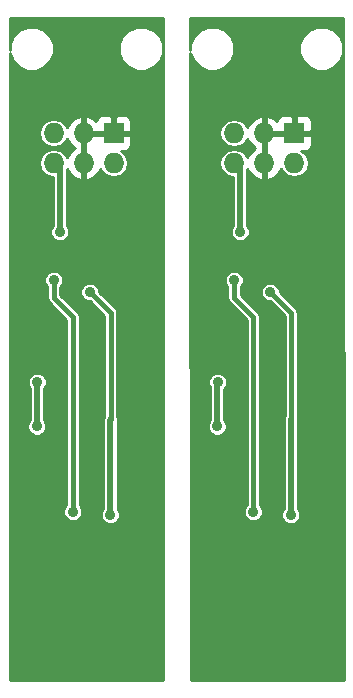
<source format=gbr>
G04 #@! TF.FileFunction,Copper,L2,Bot,Signal*
%FSLAX46Y46*%
G04 Gerber Fmt 4.6, Leading zero omitted, Abs format (unit mm)*
G04 Created by KiCad (PCBNEW (2015-04-12 BZR 5595)-product) date Mon 20 Apr 2015 09:24:05 PM EEST*
%MOMM*%
G01*
G04 APERTURE LIST*
%ADD10C,0.100000*%
%ADD11R,1.727200X1.727200*%
%ADD12O,1.727200X1.727200*%
%ADD13C,0.889000*%
%ADD14C,0.254000*%
%ADD15C,0.406400*%
%ADD16C,0.508000*%
G04 APERTURE END LIST*
D10*
D11*
X124231400Y-38354000D03*
D12*
X124231400Y-40894000D03*
X121691400Y-38354000D03*
X121691400Y-40894000D03*
X119151400Y-38354000D03*
X119151400Y-40894000D03*
D11*
X108966000Y-38354000D03*
D12*
X108966000Y-40894000D03*
X106426000Y-38354000D03*
X106426000Y-40894000D03*
X103886000Y-38354000D03*
X103886000Y-40894000D03*
D13*
X107795000Y-62158286D03*
X102842000Y-69905286D03*
X109982000Y-74168000D03*
X109728000Y-50546000D03*
X112014000Y-53848000D03*
X109982000Y-57538572D03*
X109982000Y-59944000D03*
X106934000Y-50291998D03*
X112240000Y-74223286D03*
X101064000Y-74223286D03*
X107160000Y-68127286D03*
X103350000Y-74223286D03*
X118615400Y-74223286D03*
X122425400Y-68127286D03*
X116329400Y-74223286D03*
X127505400Y-74223286D03*
X122199400Y-50291998D03*
X125247400Y-59944000D03*
X125247400Y-57538572D03*
X127279400Y-53848000D03*
X124993400Y-50546000D03*
X125247400Y-74168000D03*
X118107400Y-69905286D03*
X123060400Y-62158286D03*
X102461000Y-63195939D03*
X102489000Y-59435996D03*
X117754400Y-59435996D03*
X117726400Y-63195939D03*
X106934000Y-51816008D03*
X108684000Y-70667286D03*
X123949400Y-70667286D03*
X122199400Y-51816008D03*
X105509000Y-70413286D03*
X103886000Y-50800000D03*
X119151400Y-50800000D03*
X120774400Y-70413286D03*
X104394000Y-46736000D03*
X119659400Y-46736000D03*
D14*
X103350000Y-69905286D02*
X102842000Y-69905286D01*
X103350000Y-74223286D02*
X103350000Y-69905286D01*
D15*
X106679990Y-50291998D02*
X106934000Y-50291998D01*
D14*
X104620000Y-74223286D02*
X107160000Y-71683286D01*
X107160000Y-71683286D02*
X107160000Y-68127286D01*
X103350000Y-74223286D02*
X104620000Y-74223286D01*
X118615400Y-74223286D02*
X119885400Y-74223286D01*
X122425400Y-71683286D02*
X122425400Y-68127286D01*
X119885400Y-74223286D02*
X122425400Y-71683286D01*
D15*
X121945390Y-50291998D02*
X122199400Y-50291998D01*
D14*
X118615400Y-74223286D02*
X118615400Y-69905286D01*
X118615400Y-69905286D02*
X118107400Y-69905286D01*
D16*
X102461000Y-59463996D02*
X102489000Y-59435996D01*
X102461000Y-63195939D02*
X102461000Y-59463996D01*
X117726400Y-63195939D02*
X117726400Y-59463996D01*
X117726400Y-59463996D02*
X117754400Y-59435996D01*
D15*
X108722101Y-53604101D02*
X106934000Y-51816000D01*
X108722101Y-62603295D02*
X108722101Y-53604101D01*
D16*
X108684000Y-62641396D02*
X108722101Y-62603295D01*
X108684000Y-70667286D02*
X108684000Y-62641396D01*
X123949400Y-70667286D02*
X123949400Y-62641396D01*
X123949400Y-62641396D02*
X123987501Y-62603295D01*
D15*
X123987501Y-62603295D02*
X123987501Y-53604101D01*
X123987501Y-53604101D02*
X122199400Y-51816000D01*
X105509000Y-55681286D02*
X105509000Y-53910476D01*
X103886000Y-50800000D02*
X103886000Y-52287476D01*
X103886000Y-52287476D02*
X105509000Y-53910476D01*
X105509000Y-70413286D02*
X105509000Y-55681286D01*
X120774400Y-70413286D02*
X120774400Y-55681286D01*
X119151400Y-52287476D02*
X120774400Y-53910476D01*
X119151400Y-50800000D02*
X119151400Y-52287476D01*
X120774400Y-55681286D02*
X120774400Y-53910476D01*
D16*
X104394000Y-46736000D02*
X104394000Y-41402000D01*
X104394000Y-41402000D02*
X103886000Y-40894000D01*
X119659400Y-41402000D02*
X119151400Y-40894000D01*
X119659400Y-46736000D02*
X119659400Y-41402000D01*
D14*
G36*
X113156937Y-84653714D02*
X113127792Y-84653714D01*
X113127792Y-30850543D01*
X112845908Y-30168334D01*
X112324412Y-29645926D01*
X111642695Y-29362853D01*
X110904543Y-29362208D01*
X110222334Y-29644092D01*
X109699926Y-30165588D01*
X109416853Y-30847305D01*
X109416208Y-31585457D01*
X109698092Y-32267666D01*
X110219588Y-32790074D01*
X110901305Y-33073147D01*
X111639457Y-33073792D01*
X112321666Y-32791908D01*
X112844074Y-32270412D01*
X113127147Y-31588695D01*
X113127792Y-30850543D01*
X113127792Y-84653714D01*
X110464600Y-84653714D01*
X110464600Y-39343910D01*
X110464600Y-39091291D01*
X110464600Y-38639750D01*
X110464600Y-38068250D01*
X110464600Y-37616709D01*
X110464600Y-37364090D01*
X110367927Y-37130701D01*
X110189298Y-36952073D01*
X109955909Y-36855400D01*
X109251750Y-36855400D01*
X109093000Y-37014150D01*
X109093000Y-38227000D01*
X110305850Y-38227000D01*
X110464600Y-38068250D01*
X110464600Y-38639750D01*
X110305850Y-38481000D01*
X109093000Y-38481000D01*
X109093000Y-38501000D01*
X108839000Y-38501000D01*
X108839000Y-38481000D01*
X108839000Y-38227000D01*
X108839000Y-37014150D01*
X108680250Y-36855400D01*
X107976091Y-36855400D01*
X107742702Y-36952073D01*
X107564073Y-37130701D01*
X107481471Y-37330119D01*
X107314490Y-37147179D01*
X106785027Y-36899032D01*
X106553000Y-37019531D01*
X106553000Y-38227000D01*
X107626150Y-38227000D01*
X107759817Y-38227000D01*
X108839000Y-38227000D01*
X108839000Y-38481000D01*
X107759817Y-38481000D01*
X107626150Y-38481000D01*
X106553000Y-38481000D01*
X106553000Y-39559531D01*
X106553000Y-39688469D01*
X106553000Y-40767000D01*
X106573000Y-40767000D01*
X106573000Y-41021000D01*
X106553000Y-41021000D01*
X106553000Y-42228469D01*
X106785027Y-42348968D01*
X107314490Y-42100821D01*
X107708688Y-41668947D01*
X107828495Y-41379688D01*
X108080009Y-41756105D01*
X108475546Y-42020394D01*
X108942114Y-42113200D01*
X108989886Y-42113200D01*
X109456454Y-42020394D01*
X109851991Y-41756105D01*
X110116280Y-41360568D01*
X110209086Y-40894000D01*
X110116280Y-40427432D01*
X109851991Y-40031895D01*
X109583656Y-39852600D01*
X109955909Y-39852600D01*
X110189298Y-39755927D01*
X110367927Y-39577299D01*
X110464600Y-39343910D01*
X110464600Y-84653714D01*
X109484239Y-84653714D01*
X109484239Y-70508834D01*
X109362687Y-70214658D01*
X109293600Y-70145450D01*
X109293600Y-62794841D01*
X109331701Y-62603295D01*
X109285298Y-62370011D01*
X109280901Y-62363430D01*
X109280901Y-53604101D01*
X109238366Y-53390258D01*
X109238365Y-53390257D01*
X109117232Y-53208970D01*
X107734092Y-51825830D01*
X107734239Y-51657556D01*
X107612687Y-51363380D01*
X107387812Y-51138112D01*
X107093848Y-51016047D01*
X106775548Y-51015769D01*
X106481372Y-51137321D01*
X106299000Y-51319374D01*
X106299000Y-42228469D01*
X106299000Y-41021000D01*
X106279000Y-41021000D01*
X106279000Y-40767000D01*
X106299000Y-40767000D01*
X106299000Y-39688469D01*
X106299000Y-39559531D01*
X106299000Y-38481000D01*
X106279000Y-38481000D01*
X106279000Y-38227000D01*
X106299000Y-38227000D01*
X106299000Y-37019531D01*
X106066973Y-36899032D01*
X105537510Y-37147179D01*
X105143312Y-37579053D01*
X105023504Y-37868311D01*
X104771991Y-37491895D01*
X104376454Y-37227606D01*
X103909886Y-37134800D01*
X103862114Y-37134800D01*
X103395546Y-37227606D01*
X103000009Y-37491895D01*
X102735720Y-37887432D01*
X102642914Y-38354000D01*
X102735720Y-38820568D01*
X103000009Y-39216105D01*
X103395546Y-39480394D01*
X103862114Y-39573200D01*
X103909886Y-39573200D01*
X104376454Y-39480394D01*
X104771991Y-39216105D01*
X105023504Y-38839688D01*
X105143312Y-39128947D01*
X105537510Y-39560821D01*
X105672312Y-39624000D01*
X105537510Y-39687179D01*
X105143312Y-40119053D01*
X105023504Y-40408311D01*
X104771991Y-40031895D01*
X104376454Y-39767606D01*
X103909886Y-39674800D01*
X103862114Y-39674800D01*
X103395546Y-39767606D01*
X103000009Y-40031895D01*
X102735720Y-40427432D01*
X102642914Y-40894000D01*
X102735720Y-41360568D01*
X103000009Y-41756105D01*
X103395546Y-42020394D01*
X103784400Y-42097741D01*
X103784400Y-46214011D01*
X103716104Y-46282188D01*
X103594039Y-46576152D01*
X103593761Y-46894452D01*
X103715313Y-47188628D01*
X103940188Y-47413896D01*
X104234152Y-47535961D01*
X104552452Y-47536239D01*
X104846628Y-47414687D01*
X105071896Y-47189812D01*
X105193961Y-46895848D01*
X105194239Y-46577548D01*
X105072687Y-46283372D01*
X105003600Y-46214164D01*
X105003600Y-41409477D01*
X105023504Y-41379688D01*
X105143312Y-41668947D01*
X105537510Y-42100821D01*
X106066973Y-42348968D01*
X106299000Y-42228469D01*
X106299000Y-51319374D01*
X106256104Y-51362196D01*
X106134039Y-51656160D01*
X106133761Y-51974460D01*
X106255313Y-52268636D01*
X106480188Y-52493904D01*
X106774152Y-52615969D01*
X106943855Y-52616117D01*
X108163301Y-53835563D01*
X108163301Y-62344509D01*
X108120803Y-62408112D01*
X108074400Y-62641396D01*
X108074400Y-70145297D01*
X108006104Y-70213474D01*
X107884039Y-70507438D01*
X107883761Y-70825738D01*
X108005313Y-71119914D01*
X108230188Y-71345182D01*
X108524152Y-71467247D01*
X108842452Y-71467525D01*
X109136628Y-71345973D01*
X109361896Y-71121098D01*
X109483961Y-70827134D01*
X109484239Y-70508834D01*
X109484239Y-84653714D01*
X106309239Y-84653714D01*
X106309239Y-70254834D01*
X106187687Y-69960658D01*
X106067800Y-69840561D01*
X106067800Y-55681286D01*
X106067800Y-53910476D01*
X106025265Y-53696633D01*
X106025264Y-53696632D01*
X105904132Y-53515345D01*
X104444800Y-52056013D01*
X104444800Y-51372700D01*
X104563896Y-51253812D01*
X104685961Y-50959848D01*
X104686239Y-50641548D01*
X104564687Y-50347372D01*
X104339812Y-50122104D01*
X104045848Y-50000039D01*
X103727548Y-49999761D01*
X103433372Y-50121313D01*
X103208104Y-50346188D01*
X103086039Y-50640152D01*
X103085761Y-50958452D01*
X103207313Y-51252628D01*
X103327200Y-51372724D01*
X103327200Y-52287476D01*
X103369736Y-52501320D01*
X103490869Y-52682607D01*
X104950200Y-54141938D01*
X104950200Y-55681286D01*
X104950200Y-69840585D01*
X104831104Y-69959474D01*
X104709039Y-70253438D01*
X104708761Y-70571738D01*
X104830313Y-70865914D01*
X105055188Y-71091182D01*
X105349152Y-71213247D01*
X105667452Y-71213525D01*
X105961628Y-71091973D01*
X106186896Y-70867098D01*
X106308961Y-70573134D01*
X106309239Y-70254834D01*
X106309239Y-84653714D01*
X103289239Y-84653714D01*
X103289239Y-59277544D01*
X103167687Y-58983368D01*
X102942812Y-58758100D01*
X102648848Y-58636035D01*
X102330548Y-58635757D01*
X102036372Y-58757309D01*
X101811104Y-58982184D01*
X101689039Y-59276148D01*
X101688761Y-59594448D01*
X101810313Y-59888624D01*
X101851400Y-59929782D01*
X101851400Y-62673950D01*
X101783104Y-62742127D01*
X101661039Y-63036091D01*
X101660761Y-63354391D01*
X101782313Y-63648567D01*
X102007188Y-63873835D01*
X102301152Y-63995900D01*
X102619452Y-63996178D01*
X102913628Y-63874626D01*
X103138896Y-63649751D01*
X103260961Y-63355787D01*
X103261239Y-63037487D01*
X103139687Y-62743311D01*
X103070600Y-62674103D01*
X103070600Y-59985936D01*
X103166896Y-59889808D01*
X103288961Y-59595844D01*
X103289239Y-59277544D01*
X103289239Y-84653714D01*
X100202937Y-84653714D01*
X100176559Y-31586308D01*
X100458092Y-32267666D01*
X100979588Y-32790074D01*
X101661305Y-33073147D01*
X102399457Y-33073792D01*
X103081666Y-32791908D01*
X103604074Y-32270412D01*
X103887147Y-31588695D01*
X103887792Y-30850543D01*
X103605908Y-30168334D01*
X103084412Y-29645926D01*
X102402695Y-29362853D01*
X101664543Y-29362208D01*
X100982334Y-29644092D01*
X100459926Y-30165588D01*
X100176853Y-30847305D01*
X100176431Y-31329155D01*
X100175090Y-28630886D01*
X113129090Y-28630886D01*
X113156937Y-84653714D01*
X113156937Y-84653714D01*
G37*
X113156937Y-84653714D02*
X113127792Y-84653714D01*
X113127792Y-30850543D01*
X112845908Y-30168334D01*
X112324412Y-29645926D01*
X111642695Y-29362853D01*
X110904543Y-29362208D01*
X110222334Y-29644092D01*
X109699926Y-30165588D01*
X109416853Y-30847305D01*
X109416208Y-31585457D01*
X109698092Y-32267666D01*
X110219588Y-32790074D01*
X110901305Y-33073147D01*
X111639457Y-33073792D01*
X112321666Y-32791908D01*
X112844074Y-32270412D01*
X113127147Y-31588695D01*
X113127792Y-30850543D01*
X113127792Y-84653714D01*
X110464600Y-84653714D01*
X110464600Y-39343910D01*
X110464600Y-39091291D01*
X110464600Y-38639750D01*
X110464600Y-38068250D01*
X110464600Y-37616709D01*
X110464600Y-37364090D01*
X110367927Y-37130701D01*
X110189298Y-36952073D01*
X109955909Y-36855400D01*
X109251750Y-36855400D01*
X109093000Y-37014150D01*
X109093000Y-38227000D01*
X110305850Y-38227000D01*
X110464600Y-38068250D01*
X110464600Y-38639750D01*
X110305850Y-38481000D01*
X109093000Y-38481000D01*
X109093000Y-38501000D01*
X108839000Y-38501000D01*
X108839000Y-38481000D01*
X108839000Y-38227000D01*
X108839000Y-37014150D01*
X108680250Y-36855400D01*
X107976091Y-36855400D01*
X107742702Y-36952073D01*
X107564073Y-37130701D01*
X107481471Y-37330119D01*
X107314490Y-37147179D01*
X106785027Y-36899032D01*
X106553000Y-37019531D01*
X106553000Y-38227000D01*
X107626150Y-38227000D01*
X107759817Y-38227000D01*
X108839000Y-38227000D01*
X108839000Y-38481000D01*
X107759817Y-38481000D01*
X107626150Y-38481000D01*
X106553000Y-38481000D01*
X106553000Y-39559531D01*
X106553000Y-39688469D01*
X106553000Y-40767000D01*
X106573000Y-40767000D01*
X106573000Y-41021000D01*
X106553000Y-41021000D01*
X106553000Y-42228469D01*
X106785027Y-42348968D01*
X107314490Y-42100821D01*
X107708688Y-41668947D01*
X107828495Y-41379688D01*
X108080009Y-41756105D01*
X108475546Y-42020394D01*
X108942114Y-42113200D01*
X108989886Y-42113200D01*
X109456454Y-42020394D01*
X109851991Y-41756105D01*
X110116280Y-41360568D01*
X110209086Y-40894000D01*
X110116280Y-40427432D01*
X109851991Y-40031895D01*
X109583656Y-39852600D01*
X109955909Y-39852600D01*
X110189298Y-39755927D01*
X110367927Y-39577299D01*
X110464600Y-39343910D01*
X110464600Y-84653714D01*
X109484239Y-84653714D01*
X109484239Y-70508834D01*
X109362687Y-70214658D01*
X109293600Y-70145450D01*
X109293600Y-62794841D01*
X109331701Y-62603295D01*
X109285298Y-62370011D01*
X109280901Y-62363430D01*
X109280901Y-53604101D01*
X109238366Y-53390258D01*
X109238365Y-53390257D01*
X109117232Y-53208970D01*
X107734092Y-51825830D01*
X107734239Y-51657556D01*
X107612687Y-51363380D01*
X107387812Y-51138112D01*
X107093848Y-51016047D01*
X106775548Y-51015769D01*
X106481372Y-51137321D01*
X106299000Y-51319374D01*
X106299000Y-42228469D01*
X106299000Y-41021000D01*
X106279000Y-41021000D01*
X106279000Y-40767000D01*
X106299000Y-40767000D01*
X106299000Y-39688469D01*
X106299000Y-39559531D01*
X106299000Y-38481000D01*
X106279000Y-38481000D01*
X106279000Y-38227000D01*
X106299000Y-38227000D01*
X106299000Y-37019531D01*
X106066973Y-36899032D01*
X105537510Y-37147179D01*
X105143312Y-37579053D01*
X105023504Y-37868311D01*
X104771991Y-37491895D01*
X104376454Y-37227606D01*
X103909886Y-37134800D01*
X103862114Y-37134800D01*
X103395546Y-37227606D01*
X103000009Y-37491895D01*
X102735720Y-37887432D01*
X102642914Y-38354000D01*
X102735720Y-38820568D01*
X103000009Y-39216105D01*
X103395546Y-39480394D01*
X103862114Y-39573200D01*
X103909886Y-39573200D01*
X104376454Y-39480394D01*
X104771991Y-39216105D01*
X105023504Y-38839688D01*
X105143312Y-39128947D01*
X105537510Y-39560821D01*
X105672312Y-39624000D01*
X105537510Y-39687179D01*
X105143312Y-40119053D01*
X105023504Y-40408311D01*
X104771991Y-40031895D01*
X104376454Y-39767606D01*
X103909886Y-39674800D01*
X103862114Y-39674800D01*
X103395546Y-39767606D01*
X103000009Y-40031895D01*
X102735720Y-40427432D01*
X102642914Y-40894000D01*
X102735720Y-41360568D01*
X103000009Y-41756105D01*
X103395546Y-42020394D01*
X103784400Y-42097741D01*
X103784400Y-46214011D01*
X103716104Y-46282188D01*
X103594039Y-46576152D01*
X103593761Y-46894452D01*
X103715313Y-47188628D01*
X103940188Y-47413896D01*
X104234152Y-47535961D01*
X104552452Y-47536239D01*
X104846628Y-47414687D01*
X105071896Y-47189812D01*
X105193961Y-46895848D01*
X105194239Y-46577548D01*
X105072687Y-46283372D01*
X105003600Y-46214164D01*
X105003600Y-41409477D01*
X105023504Y-41379688D01*
X105143312Y-41668947D01*
X105537510Y-42100821D01*
X106066973Y-42348968D01*
X106299000Y-42228469D01*
X106299000Y-51319374D01*
X106256104Y-51362196D01*
X106134039Y-51656160D01*
X106133761Y-51974460D01*
X106255313Y-52268636D01*
X106480188Y-52493904D01*
X106774152Y-52615969D01*
X106943855Y-52616117D01*
X108163301Y-53835563D01*
X108163301Y-62344509D01*
X108120803Y-62408112D01*
X108074400Y-62641396D01*
X108074400Y-70145297D01*
X108006104Y-70213474D01*
X107884039Y-70507438D01*
X107883761Y-70825738D01*
X108005313Y-71119914D01*
X108230188Y-71345182D01*
X108524152Y-71467247D01*
X108842452Y-71467525D01*
X109136628Y-71345973D01*
X109361896Y-71121098D01*
X109483961Y-70827134D01*
X109484239Y-70508834D01*
X109484239Y-84653714D01*
X106309239Y-84653714D01*
X106309239Y-70254834D01*
X106187687Y-69960658D01*
X106067800Y-69840561D01*
X106067800Y-55681286D01*
X106067800Y-53910476D01*
X106025265Y-53696633D01*
X106025264Y-53696632D01*
X105904132Y-53515345D01*
X104444800Y-52056013D01*
X104444800Y-51372700D01*
X104563896Y-51253812D01*
X104685961Y-50959848D01*
X104686239Y-50641548D01*
X104564687Y-50347372D01*
X104339812Y-50122104D01*
X104045848Y-50000039D01*
X103727548Y-49999761D01*
X103433372Y-50121313D01*
X103208104Y-50346188D01*
X103086039Y-50640152D01*
X103085761Y-50958452D01*
X103207313Y-51252628D01*
X103327200Y-51372724D01*
X103327200Y-52287476D01*
X103369736Y-52501320D01*
X103490869Y-52682607D01*
X104950200Y-54141938D01*
X104950200Y-55681286D01*
X104950200Y-69840585D01*
X104831104Y-69959474D01*
X104709039Y-70253438D01*
X104708761Y-70571738D01*
X104830313Y-70865914D01*
X105055188Y-71091182D01*
X105349152Y-71213247D01*
X105667452Y-71213525D01*
X105961628Y-71091973D01*
X106186896Y-70867098D01*
X106308961Y-70573134D01*
X106309239Y-70254834D01*
X106309239Y-84653714D01*
X103289239Y-84653714D01*
X103289239Y-59277544D01*
X103167687Y-58983368D01*
X102942812Y-58758100D01*
X102648848Y-58636035D01*
X102330548Y-58635757D01*
X102036372Y-58757309D01*
X101811104Y-58982184D01*
X101689039Y-59276148D01*
X101688761Y-59594448D01*
X101810313Y-59888624D01*
X101851400Y-59929782D01*
X101851400Y-62673950D01*
X101783104Y-62742127D01*
X101661039Y-63036091D01*
X101660761Y-63354391D01*
X101782313Y-63648567D01*
X102007188Y-63873835D01*
X102301152Y-63995900D01*
X102619452Y-63996178D01*
X102913628Y-63874626D01*
X103138896Y-63649751D01*
X103260961Y-63355787D01*
X103261239Y-63037487D01*
X103139687Y-62743311D01*
X103070600Y-62674103D01*
X103070600Y-59985936D01*
X103166896Y-59889808D01*
X103288961Y-59595844D01*
X103289239Y-59277544D01*
X103289239Y-84653714D01*
X100202937Y-84653714D01*
X100176559Y-31586308D01*
X100458092Y-32267666D01*
X100979588Y-32790074D01*
X101661305Y-33073147D01*
X102399457Y-33073792D01*
X103081666Y-32791908D01*
X103604074Y-32270412D01*
X103887147Y-31588695D01*
X103887792Y-30850543D01*
X103605908Y-30168334D01*
X103084412Y-29645926D01*
X102402695Y-29362853D01*
X101664543Y-29362208D01*
X100982334Y-29644092D01*
X100459926Y-30165588D01*
X100176853Y-30847305D01*
X100176431Y-31329155D01*
X100175090Y-28630886D01*
X113129090Y-28630886D01*
X113156937Y-84653714D01*
G36*
X128422337Y-84653714D02*
X128393192Y-84653714D01*
X128393192Y-30850543D01*
X128111308Y-30168334D01*
X127589812Y-29645926D01*
X126908095Y-29362853D01*
X126169943Y-29362208D01*
X125487734Y-29644092D01*
X124965326Y-30165588D01*
X124682253Y-30847305D01*
X124681608Y-31585457D01*
X124963492Y-32267666D01*
X125484988Y-32790074D01*
X126166705Y-33073147D01*
X126904857Y-33073792D01*
X127587066Y-32791908D01*
X128109474Y-32270412D01*
X128392547Y-31588695D01*
X128393192Y-30850543D01*
X128393192Y-84653714D01*
X125730000Y-84653714D01*
X125730000Y-39343910D01*
X125730000Y-39091291D01*
X125730000Y-38639750D01*
X125730000Y-38068250D01*
X125730000Y-37616709D01*
X125730000Y-37364090D01*
X125633327Y-37130701D01*
X125454698Y-36952073D01*
X125221309Y-36855400D01*
X124517150Y-36855400D01*
X124358400Y-37014150D01*
X124358400Y-38227000D01*
X125571250Y-38227000D01*
X125730000Y-38068250D01*
X125730000Y-38639750D01*
X125571250Y-38481000D01*
X124358400Y-38481000D01*
X124358400Y-38501000D01*
X124104400Y-38501000D01*
X124104400Y-38481000D01*
X124104400Y-38227000D01*
X124104400Y-37014150D01*
X123945650Y-36855400D01*
X123241491Y-36855400D01*
X123008102Y-36952073D01*
X122829473Y-37130701D01*
X122746871Y-37330119D01*
X122579890Y-37147179D01*
X122050427Y-36899032D01*
X121818400Y-37019531D01*
X121818400Y-38227000D01*
X122891550Y-38227000D01*
X123025217Y-38227000D01*
X124104400Y-38227000D01*
X124104400Y-38481000D01*
X123025217Y-38481000D01*
X122891550Y-38481000D01*
X121818400Y-38481000D01*
X121818400Y-39559531D01*
X121818400Y-39688469D01*
X121818400Y-40767000D01*
X121838400Y-40767000D01*
X121838400Y-41021000D01*
X121818400Y-41021000D01*
X121818400Y-42228469D01*
X122050427Y-42348968D01*
X122579890Y-42100821D01*
X122974088Y-41668947D01*
X123093895Y-41379688D01*
X123345409Y-41756105D01*
X123740946Y-42020394D01*
X124207514Y-42113200D01*
X124255286Y-42113200D01*
X124721854Y-42020394D01*
X125117391Y-41756105D01*
X125381680Y-41360568D01*
X125474486Y-40894000D01*
X125381680Y-40427432D01*
X125117391Y-40031895D01*
X124849056Y-39852600D01*
X125221309Y-39852600D01*
X125454698Y-39755927D01*
X125633327Y-39577299D01*
X125730000Y-39343910D01*
X125730000Y-84653714D01*
X124749639Y-84653714D01*
X124749639Y-70508834D01*
X124628087Y-70214658D01*
X124559000Y-70145450D01*
X124559000Y-62794841D01*
X124597101Y-62603295D01*
X124550698Y-62370011D01*
X124546301Y-62363430D01*
X124546301Y-53604101D01*
X124503766Y-53390258D01*
X124503765Y-53390257D01*
X124382632Y-53208970D01*
X122999492Y-51825830D01*
X122999639Y-51657556D01*
X122878087Y-51363380D01*
X122653212Y-51138112D01*
X122359248Y-51016047D01*
X122040948Y-51015769D01*
X121746772Y-51137321D01*
X121564400Y-51319374D01*
X121564400Y-42228469D01*
X121564400Y-41021000D01*
X121544400Y-41021000D01*
X121544400Y-40767000D01*
X121564400Y-40767000D01*
X121564400Y-39688469D01*
X121564400Y-39559531D01*
X121564400Y-38481000D01*
X121544400Y-38481000D01*
X121544400Y-38227000D01*
X121564400Y-38227000D01*
X121564400Y-37019531D01*
X121332373Y-36899032D01*
X120802910Y-37147179D01*
X120408712Y-37579053D01*
X120288904Y-37868311D01*
X120037391Y-37491895D01*
X119641854Y-37227606D01*
X119175286Y-37134800D01*
X119127514Y-37134800D01*
X118660946Y-37227606D01*
X118265409Y-37491895D01*
X118001120Y-37887432D01*
X117908314Y-38354000D01*
X118001120Y-38820568D01*
X118265409Y-39216105D01*
X118660946Y-39480394D01*
X119127514Y-39573200D01*
X119175286Y-39573200D01*
X119641854Y-39480394D01*
X120037391Y-39216105D01*
X120288904Y-38839688D01*
X120408712Y-39128947D01*
X120802910Y-39560821D01*
X120937712Y-39624000D01*
X120802910Y-39687179D01*
X120408712Y-40119053D01*
X120288904Y-40408311D01*
X120037391Y-40031895D01*
X119641854Y-39767606D01*
X119175286Y-39674800D01*
X119127514Y-39674800D01*
X118660946Y-39767606D01*
X118265409Y-40031895D01*
X118001120Y-40427432D01*
X117908314Y-40894000D01*
X118001120Y-41360568D01*
X118265409Y-41756105D01*
X118660946Y-42020394D01*
X119049800Y-42097741D01*
X119049800Y-46214011D01*
X118981504Y-46282188D01*
X118859439Y-46576152D01*
X118859161Y-46894452D01*
X118980713Y-47188628D01*
X119205588Y-47413896D01*
X119499552Y-47535961D01*
X119817852Y-47536239D01*
X120112028Y-47414687D01*
X120337296Y-47189812D01*
X120459361Y-46895848D01*
X120459639Y-46577548D01*
X120338087Y-46283372D01*
X120269000Y-46214164D01*
X120269000Y-41409477D01*
X120288904Y-41379688D01*
X120408712Y-41668947D01*
X120802910Y-42100821D01*
X121332373Y-42348968D01*
X121564400Y-42228469D01*
X121564400Y-51319374D01*
X121521504Y-51362196D01*
X121399439Y-51656160D01*
X121399161Y-51974460D01*
X121520713Y-52268636D01*
X121745588Y-52493904D01*
X122039552Y-52615969D01*
X122209255Y-52616117D01*
X123428701Y-53835563D01*
X123428701Y-62344509D01*
X123386203Y-62408112D01*
X123339800Y-62641396D01*
X123339800Y-70145297D01*
X123271504Y-70213474D01*
X123149439Y-70507438D01*
X123149161Y-70825738D01*
X123270713Y-71119914D01*
X123495588Y-71345182D01*
X123789552Y-71467247D01*
X124107852Y-71467525D01*
X124402028Y-71345973D01*
X124627296Y-71121098D01*
X124749361Y-70827134D01*
X124749639Y-70508834D01*
X124749639Y-84653714D01*
X121574639Y-84653714D01*
X121574639Y-70254834D01*
X121453087Y-69960658D01*
X121333200Y-69840561D01*
X121333200Y-55681286D01*
X121333200Y-53910476D01*
X121290665Y-53696633D01*
X121290664Y-53696632D01*
X121169532Y-53515345D01*
X119710200Y-52056013D01*
X119710200Y-51372700D01*
X119829296Y-51253812D01*
X119951361Y-50959848D01*
X119951639Y-50641548D01*
X119830087Y-50347372D01*
X119605212Y-50122104D01*
X119311248Y-50000039D01*
X118992948Y-49999761D01*
X118698772Y-50121313D01*
X118473504Y-50346188D01*
X118351439Y-50640152D01*
X118351161Y-50958452D01*
X118472713Y-51252628D01*
X118592600Y-51372724D01*
X118592600Y-52287476D01*
X118635136Y-52501320D01*
X118756269Y-52682607D01*
X120215600Y-54141938D01*
X120215600Y-55681286D01*
X120215600Y-69840585D01*
X120096504Y-69959474D01*
X119974439Y-70253438D01*
X119974161Y-70571738D01*
X120095713Y-70865914D01*
X120320588Y-71091182D01*
X120614552Y-71213247D01*
X120932852Y-71213525D01*
X121227028Y-71091973D01*
X121452296Y-70867098D01*
X121574361Y-70573134D01*
X121574639Y-70254834D01*
X121574639Y-84653714D01*
X118554639Y-84653714D01*
X118554639Y-59277544D01*
X118433087Y-58983368D01*
X118208212Y-58758100D01*
X117914248Y-58636035D01*
X117595948Y-58635757D01*
X117301772Y-58757309D01*
X117076504Y-58982184D01*
X116954439Y-59276148D01*
X116954161Y-59594448D01*
X117075713Y-59888624D01*
X117116800Y-59929782D01*
X117116800Y-62673950D01*
X117048504Y-62742127D01*
X116926439Y-63036091D01*
X116926161Y-63354391D01*
X117047713Y-63648567D01*
X117272588Y-63873835D01*
X117566552Y-63995900D01*
X117884852Y-63996178D01*
X118179028Y-63874626D01*
X118404296Y-63649751D01*
X118526361Y-63355787D01*
X118526639Y-63037487D01*
X118405087Y-62743311D01*
X118336000Y-62674103D01*
X118336000Y-59985936D01*
X118432296Y-59889808D01*
X118554361Y-59595844D01*
X118554639Y-59277544D01*
X118554639Y-84653714D01*
X115468337Y-84653714D01*
X115441959Y-31586308D01*
X115723492Y-32267666D01*
X116244988Y-32790074D01*
X116926705Y-33073147D01*
X117664857Y-33073792D01*
X118347066Y-32791908D01*
X118869474Y-32270412D01*
X119152547Y-31588695D01*
X119153192Y-30850543D01*
X118871308Y-30168334D01*
X118349812Y-29645926D01*
X117668095Y-29362853D01*
X116929943Y-29362208D01*
X116247734Y-29644092D01*
X115725326Y-30165588D01*
X115442253Y-30847305D01*
X115441831Y-31329155D01*
X115440490Y-28630886D01*
X128394490Y-28630886D01*
X128422337Y-84653714D01*
X128422337Y-84653714D01*
G37*
X128422337Y-84653714D02*
X128393192Y-84653714D01*
X128393192Y-30850543D01*
X128111308Y-30168334D01*
X127589812Y-29645926D01*
X126908095Y-29362853D01*
X126169943Y-29362208D01*
X125487734Y-29644092D01*
X124965326Y-30165588D01*
X124682253Y-30847305D01*
X124681608Y-31585457D01*
X124963492Y-32267666D01*
X125484988Y-32790074D01*
X126166705Y-33073147D01*
X126904857Y-33073792D01*
X127587066Y-32791908D01*
X128109474Y-32270412D01*
X128392547Y-31588695D01*
X128393192Y-30850543D01*
X128393192Y-84653714D01*
X125730000Y-84653714D01*
X125730000Y-39343910D01*
X125730000Y-39091291D01*
X125730000Y-38639750D01*
X125730000Y-38068250D01*
X125730000Y-37616709D01*
X125730000Y-37364090D01*
X125633327Y-37130701D01*
X125454698Y-36952073D01*
X125221309Y-36855400D01*
X124517150Y-36855400D01*
X124358400Y-37014150D01*
X124358400Y-38227000D01*
X125571250Y-38227000D01*
X125730000Y-38068250D01*
X125730000Y-38639750D01*
X125571250Y-38481000D01*
X124358400Y-38481000D01*
X124358400Y-38501000D01*
X124104400Y-38501000D01*
X124104400Y-38481000D01*
X124104400Y-38227000D01*
X124104400Y-37014150D01*
X123945650Y-36855400D01*
X123241491Y-36855400D01*
X123008102Y-36952073D01*
X122829473Y-37130701D01*
X122746871Y-37330119D01*
X122579890Y-37147179D01*
X122050427Y-36899032D01*
X121818400Y-37019531D01*
X121818400Y-38227000D01*
X122891550Y-38227000D01*
X123025217Y-38227000D01*
X124104400Y-38227000D01*
X124104400Y-38481000D01*
X123025217Y-38481000D01*
X122891550Y-38481000D01*
X121818400Y-38481000D01*
X121818400Y-39559531D01*
X121818400Y-39688469D01*
X121818400Y-40767000D01*
X121838400Y-40767000D01*
X121838400Y-41021000D01*
X121818400Y-41021000D01*
X121818400Y-42228469D01*
X122050427Y-42348968D01*
X122579890Y-42100821D01*
X122974088Y-41668947D01*
X123093895Y-41379688D01*
X123345409Y-41756105D01*
X123740946Y-42020394D01*
X124207514Y-42113200D01*
X124255286Y-42113200D01*
X124721854Y-42020394D01*
X125117391Y-41756105D01*
X125381680Y-41360568D01*
X125474486Y-40894000D01*
X125381680Y-40427432D01*
X125117391Y-40031895D01*
X124849056Y-39852600D01*
X125221309Y-39852600D01*
X125454698Y-39755927D01*
X125633327Y-39577299D01*
X125730000Y-39343910D01*
X125730000Y-84653714D01*
X124749639Y-84653714D01*
X124749639Y-70508834D01*
X124628087Y-70214658D01*
X124559000Y-70145450D01*
X124559000Y-62794841D01*
X124597101Y-62603295D01*
X124550698Y-62370011D01*
X124546301Y-62363430D01*
X124546301Y-53604101D01*
X124503766Y-53390258D01*
X124503765Y-53390257D01*
X124382632Y-53208970D01*
X122999492Y-51825830D01*
X122999639Y-51657556D01*
X122878087Y-51363380D01*
X122653212Y-51138112D01*
X122359248Y-51016047D01*
X122040948Y-51015769D01*
X121746772Y-51137321D01*
X121564400Y-51319374D01*
X121564400Y-42228469D01*
X121564400Y-41021000D01*
X121544400Y-41021000D01*
X121544400Y-40767000D01*
X121564400Y-40767000D01*
X121564400Y-39688469D01*
X121564400Y-39559531D01*
X121564400Y-38481000D01*
X121544400Y-38481000D01*
X121544400Y-38227000D01*
X121564400Y-38227000D01*
X121564400Y-37019531D01*
X121332373Y-36899032D01*
X120802910Y-37147179D01*
X120408712Y-37579053D01*
X120288904Y-37868311D01*
X120037391Y-37491895D01*
X119641854Y-37227606D01*
X119175286Y-37134800D01*
X119127514Y-37134800D01*
X118660946Y-37227606D01*
X118265409Y-37491895D01*
X118001120Y-37887432D01*
X117908314Y-38354000D01*
X118001120Y-38820568D01*
X118265409Y-39216105D01*
X118660946Y-39480394D01*
X119127514Y-39573200D01*
X119175286Y-39573200D01*
X119641854Y-39480394D01*
X120037391Y-39216105D01*
X120288904Y-38839688D01*
X120408712Y-39128947D01*
X120802910Y-39560821D01*
X120937712Y-39624000D01*
X120802910Y-39687179D01*
X120408712Y-40119053D01*
X120288904Y-40408311D01*
X120037391Y-40031895D01*
X119641854Y-39767606D01*
X119175286Y-39674800D01*
X119127514Y-39674800D01*
X118660946Y-39767606D01*
X118265409Y-40031895D01*
X118001120Y-40427432D01*
X117908314Y-40894000D01*
X118001120Y-41360568D01*
X118265409Y-41756105D01*
X118660946Y-42020394D01*
X119049800Y-42097741D01*
X119049800Y-46214011D01*
X118981504Y-46282188D01*
X118859439Y-46576152D01*
X118859161Y-46894452D01*
X118980713Y-47188628D01*
X119205588Y-47413896D01*
X119499552Y-47535961D01*
X119817852Y-47536239D01*
X120112028Y-47414687D01*
X120337296Y-47189812D01*
X120459361Y-46895848D01*
X120459639Y-46577548D01*
X120338087Y-46283372D01*
X120269000Y-46214164D01*
X120269000Y-41409477D01*
X120288904Y-41379688D01*
X120408712Y-41668947D01*
X120802910Y-42100821D01*
X121332373Y-42348968D01*
X121564400Y-42228469D01*
X121564400Y-51319374D01*
X121521504Y-51362196D01*
X121399439Y-51656160D01*
X121399161Y-51974460D01*
X121520713Y-52268636D01*
X121745588Y-52493904D01*
X122039552Y-52615969D01*
X122209255Y-52616117D01*
X123428701Y-53835563D01*
X123428701Y-62344509D01*
X123386203Y-62408112D01*
X123339800Y-62641396D01*
X123339800Y-70145297D01*
X123271504Y-70213474D01*
X123149439Y-70507438D01*
X123149161Y-70825738D01*
X123270713Y-71119914D01*
X123495588Y-71345182D01*
X123789552Y-71467247D01*
X124107852Y-71467525D01*
X124402028Y-71345973D01*
X124627296Y-71121098D01*
X124749361Y-70827134D01*
X124749639Y-70508834D01*
X124749639Y-84653714D01*
X121574639Y-84653714D01*
X121574639Y-70254834D01*
X121453087Y-69960658D01*
X121333200Y-69840561D01*
X121333200Y-55681286D01*
X121333200Y-53910476D01*
X121290665Y-53696633D01*
X121290664Y-53696632D01*
X121169532Y-53515345D01*
X119710200Y-52056013D01*
X119710200Y-51372700D01*
X119829296Y-51253812D01*
X119951361Y-50959848D01*
X119951639Y-50641548D01*
X119830087Y-50347372D01*
X119605212Y-50122104D01*
X119311248Y-50000039D01*
X118992948Y-49999761D01*
X118698772Y-50121313D01*
X118473504Y-50346188D01*
X118351439Y-50640152D01*
X118351161Y-50958452D01*
X118472713Y-51252628D01*
X118592600Y-51372724D01*
X118592600Y-52287476D01*
X118635136Y-52501320D01*
X118756269Y-52682607D01*
X120215600Y-54141938D01*
X120215600Y-55681286D01*
X120215600Y-69840585D01*
X120096504Y-69959474D01*
X119974439Y-70253438D01*
X119974161Y-70571738D01*
X120095713Y-70865914D01*
X120320588Y-71091182D01*
X120614552Y-71213247D01*
X120932852Y-71213525D01*
X121227028Y-71091973D01*
X121452296Y-70867098D01*
X121574361Y-70573134D01*
X121574639Y-70254834D01*
X121574639Y-84653714D01*
X118554639Y-84653714D01*
X118554639Y-59277544D01*
X118433087Y-58983368D01*
X118208212Y-58758100D01*
X117914248Y-58636035D01*
X117595948Y-58635757D01*
X117301772Y-58757309D01*
X117076504Y-58982184D01*
X116954439Y-59276148D01*
X116954161Y-59594448D01*
X117075713Y-59888624D01*
X117116800Y-59929782D01*
X117116800Y-62673950D01*
X117048504Y-62742127D01*
X116926439Y-63036091D01*
X116926161Y-63354391D01*
X117047713Y-63648567D01*
X117272588Y-63873835D01*
X117566552Y-63995900D01*
X117884852Y-63996178D01*
X118179028Y-63874626D01*
X118404296Y-63649751D01*
X118526361Y-63355787D01*
X118526639Y-63037487D01*
X118405087Y-62743311D01*
X118336000Y-62674103D01*
X118336000Y-59985936D01*
X118432296Y-59889808D01*
X118554361Y-59595844D01*
X118554639Y-59277544D01*
X118554639Y-84653714D01*
X115468337Y-84653714D01*
X115441959Y-31586308D01*
X115723492Y-32267666D01*
X116244988Y-32790074D01*
X116926705Y-33073147D01*
X117664857Y-33073792D01*
X118347066Y-32791908D01*
X118869474Y-32270412D01*
X119152547Y-31588695D01*
X119153192Y-30850543D01*
X118871308Y-30168334D01*
X118349812Y-29645926D01*
X117668095Y-29362853D01*
X116929943Y-29362208D01*
X116247734Y-29644092D01*
X115725326Y-30165588D01*
X115442253Y-30847305D01*
X115441831Y-31329155D01*
X115440490Y-28630886D01*
X128394490Y-28630886D01*
X128422337Y-84653714D01*
M02*

</source>
